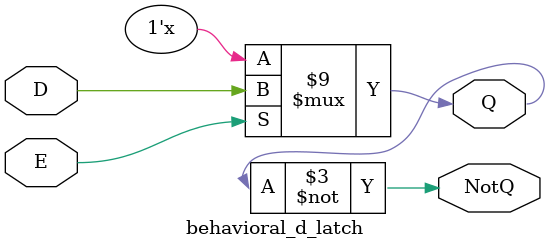
<source format=v>
module behavioral_d_latch(
    input D,
    input E,
    output reg Q,
    output NotQ
);

    always @(E) begin 
        if (E)
            Q = D;
        else if (~E)
            Q = Q;
    end
    assign NotQ = ~Q; 

endmodule

</source>
